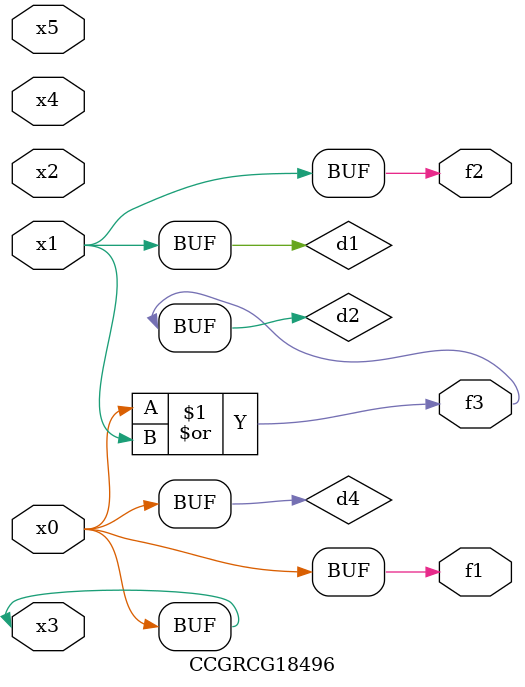
<source format=v>
module CCGRCG18496(
	input x0, x1, x2, x3, x4, x5,
	output f1, f2, f3
);

	wire d1, d2, d3, d4;

	and (d1, x1);
	or (d2, x0, x1);
	nand (d3, x0, x5);
	buf (d4, x0, x3);
	assign f1 = d4;
	assign f2 = d1;
	assign f3 = d2;
endmodule

</source>
